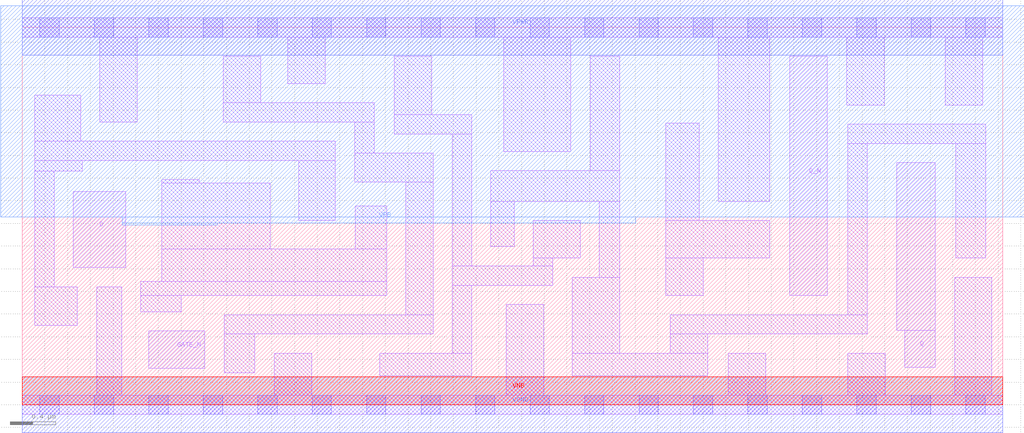
<source format=lef>
# Copyright 2020 The SkyWater PDK Authors
#
# Licensed under the Apache License, Version 2.0 (the "License");
# you may not use this file except in compliance with the License.
# You may obtain a copy of the License at
#
#     https://www.apache.org/licenses/LICENSE-2.0
#
# Unless required by applicable law or agreed to in writing, software
# distributed under the License is distributed on an "AS IS" BASIS,
# WITHOUT WARRANTIES OR CONDITIONS OF ANY KIND, either express or implied.
# See the License for the specific language governing permissions and
# limitations under the License.
#
# SPDX-License-Identifier: Apache-2.0

VERSION 5.7 ;
  NOWIREEXTENSIONATPIN ON ;
  DIVIDERCHAR "/" ;
  BUSBITCHARS "[]" ;
MACRO sky130_fd_sc_lp__dlxbn_2
  CLASS CORE ;
  FOREIGN sky130_fd_sc_lp__dlxbn_2 ;
  ORIGIN  0.000000  0.000000 ;
  SIZE  8.640000 BY  3.330000 ;
  SYMMETRY X Y R90 ;
  SITE unit ;
  PIN D
    ANTENNAGATEAREA  0.159000 ;
    DIRECTION INPUT ;
    USE SIGNAL ;
    PORT
      LAYER li1 ;
        RECT 0.450000 1.210000 0.910000 1.880000 ;
    END
  END D
  PIN Q
    ANTENNADIFFAREA  0.588000 ;
    DIRECTION OUTPUT ;
    USE SIGNAL ;
    PORT
      LAYER li1 ;
        RECT 7.705000 0.655000 8.045000 2.135000 ;
        RECT 7.775000 0.330000 8.045000 0.655000 ;
    END
  END Q
  PIN Q_N
    ANTENNADIFFAREA  0.588000 ;
    DIRECTION OUTPUT ;
    USE SIGNAL ;
    PORT
      LAYER li1 ;
        RECT 6.765000 0.965000 7.095000 3.075000 ;
    END
  END Q_N
  PIN GATE_N
    ANTENNAGATEAREA  0.159000 ;
    DIRECTION INPUT ;
    USE CLOCK ;
    PORT
      LAYER li1 ;
        RECT 1.115000 0.320000 1.610000 0.650000 ;
    END
  END GATE_N
  PIN VGND
    DIRECTION INOUT ;
    USE GROUND ;
    PORT
      LAYER met1 ;
        RECT 0.000000 -0.245000 8.640000 0.245000 ;
    END
  END VGND
  PIN VNB
    DIRECTION INOUT ;
    USE GROUND ;
    PORT
      LAYER pwell ;
        RECT 0.000000 0.000000 8.640000 0.245000 ;
    END
  END VNB
  PIN VPB
    DIRECTION INOUT ;
    USE POWER ;
    PORT
      LAYER nwell ;
        RECT -0.190000 1.655000 8.830000 3.520000 ;
        RECT  0.880000 1.585000 1.720000 1.605000 ;
        RECT  0.880000 1.605000 5.405000 1.655000 ;
    END
  END VPB
  PIN VPWR
    DIRECTION INOUT ;
    USE POWER ;
    PORT
      LAYER met1 ;
        RECT 0.000000 3.085000 8.640000 3.575000 ;
    END
  END VPWR
  OBS
    LAYER li1 ;
      RECT 0.000000 -0.085000 8.640000 0.085000 ;
      RECT 0.000000  3.245000 8.640000 3.415000 ;
      RECT 0.110000  0.700000 0.485000 1.040000 ;
      RECT 0.110000  1.040000 0.280000 2.060000 ;
      RECT 0.110000  2.060000 0.530000 2.155000 ;
      RECT 0.110000  2.155000 2.760000 2.325000 ;
      RECT 0.110000  2.325000 0.515000 2.730000 ;
      RECT 0.655000  0.085000 0.875000 1.040000 ;
      RECT 0.685000  2.495000 1.015000 3.245000 ;
      RECT 1.045000  0.820000 1.400000 0.965000 ;
      RECT 1.045000  0.965000 3.210000 1.090000 ;
      RECT 1.230000  1.090000 3.210000 1.375000 ;
      RECT 1.230000  1.375000 2.185000 1.955000 ;
      RECT 1.230000  1.955000 1.560000 1.985000 ;
      RECT 1.770000  2.495000 3.100000 2.665000 ;
      RECT 1.770000  2.665000 2.100000 3.075000 ;
      RECT 1.780000  0.280000 2.050000 0.625000 ;
      RECT 1.780000  0.625000 3.620000 0.795000 ;
      RECT 2.220000  0.085000 2.550000 0.455000 ;
      RECT 2.340000  2.835000 2.670000 3.245000 ;
      RECT 2.435000  1.625000 2.760000 2.155000 ;
      RECT 2.930000  1.965000 3.620000 2.220000 ;
      RECT 2.930000  2.220000 3.100000 2.495000 ;
      RECT 2.935000  1.375000 3.210000 1.755000 ;
      RECT 3.150000  0.255000 3.960000 0.455000 ;
      RECT 3.280000  2.390000 3.960000 2.560000 ;
      RECT 3.280000  2.560000 3.610000 3.075000 ;
      RECT 3.380000  0.795000 3.620000 1.965000 ;
      RECT 3.790000  0.455000 3.960000 1.055000 ;
      RECT 3.790000  1.055000 4.675000 1.225000 ;
      RECT 3.790000  1.225000 3.960000 2.390000 ;
      RECT 4.130000  1.395000 4.335000 1.795000 ;
      RECT 4.130000  1.795000 5.265000 2.065000 ;
      RECT 4.245000  2.235000 4.835000 3.245000 ;
      RECT 4.265000  0.085000 4.595000 0.885000 ;
      RECT 4.505000  1.225000 4.675000 1.295000 ;
      RECT 4.505000  1.295000 4.915000 1.625000 ;
      RECT 4.845000  0.255000 6.040000 0.455000 ;
      RECT 4.845000  0.455000 5.265000 1.125000 ;
      RECT 5.005000  2.065000 5.265000 3.075000 ;
      RECT 5.085000  1.125000 5.265000 1.795000 ;
      RECT 5.670000  0.965000 6.000000 1.295000 ;
      RECT 5.670000  1.295000 6.585000 1.625000 ;
      RECT 5.670000  1.625000 5.965000 2.485000 ;
      RECT 5.710000  0.455000 6.040000 0.625000 ;
      RECT 5.710000  0.625000 7.445000 0.795000 ;
      RECT 6.135000  1.795000 6.585000 3.245000 ;
      RECT 6.220000  0.085000 6.550000 0.455000 ;
      RECT 7.265000  2.645000 7.595000 3.245000 ;
      RECT 7.275000  0.085000 7.605000 0.455000 ;
      RECT 7.275000  0.795000 7.445000 2.305000 ;
      RECT 7.275000  2.305000 8.490000 2.475000 ;
      RECT 8.135000  2.645000 8.465000 3.245000 ;
      RECT 8.215000  0.085000 8.545000 1.125000 ;
      RECT 8.225000  1.295000 8.490000 2.305000 ;
    LAYER mcon ;
      RECT 0.155000 -0.085000 0.325000 0.085000 ;
      RECT 0.155000  3.245000 0.325000 3.415000 ;
      RECT 0.635000 -0.085000 0.805000 0.085000 ;
      RECT 0.635000  3.245000 0.805000 3.415000 ;
      RECT 1.115000 -0.085000 1.285000 0.085000 ;
      RECT 1.115000  3.245000 1.285000 3.415000 ;
      RECT 1.595000 -0.085000 1.765000 0.085000 ;
      RECT 1.595000  3.245000 1.765000 3.415000 ;
      RECT 2.075000 -0.085000 2.245000 0.085000 ;
      RECT 2.075000  3.245000 2.245000 3.415000 ;
      RECT 2.555000 -0.085000 2.725000 0.085000 ;
      RECT 2.555000  3.245000 2.725000 3.415000 ;
      RECT 3.035000 -0.085000 3.205000 0.085000 ;
      RECT 3.035000  3.245000 3.205000 3.415000 ;
      RECT 3.515000 -0.085000 3.685000 0.085000 ;
      RECT 3.515000  3.245000 3.685000 3.415000 ;
      RECT 3.995000 -0.085000 4.165000 0.085000 ;
      RECT 3.995000  3.245000 4.165000 3.415000 ;
      RECT 4.475000 -0.085000 4.645000 0.085000 ;
      RECT 4.475000  3.245000 4.645000 3.415000 ;
      RECT 4.955000 -0.085000 5.125000 0.085000 ;
      RECT 4.955000  3.245000 5.125000 3.415000 ;
      RECT 5.435000 -0.085000 5.605000 0.085000 ;
      RECT 5.435000  3.245000 5.605000 3.415000 ;
      RECT 5.915000 -0.085000 6.085000 0.085000 ;
      RECT 5.915000  3.245000 6.085000 3.415000 ;
      RECT 6.395000 -0.085000 6.565000 0.085000 ;
      RECT 6.395000  3.245000 6.565000 3.415000 ;
      RECT 6.875000 -0.085000 7.045000 0.085000 ;
      RECT 6.875000  3.245000 7.045000 3.415000 ;
      RECT 7.355000 -0.085000 7.525000 0.085000 ;
      RECT 7.355000  3.245000 7.525000 3.415000 ;
      RECT 7.835000 -0.085000 8.005000 0.085000 ;
      RECT 7.835000  3.245000 8.005000 3.415000 ;
      RECT 8.315000 -0.085000 8.485000 0.085000 ;
      RECT 8.315000  3.245000 8.485000 3.415000 ;
  END
END sky130_fd_sc_lp__dlxbn_2
END LIBRARY

</source>
